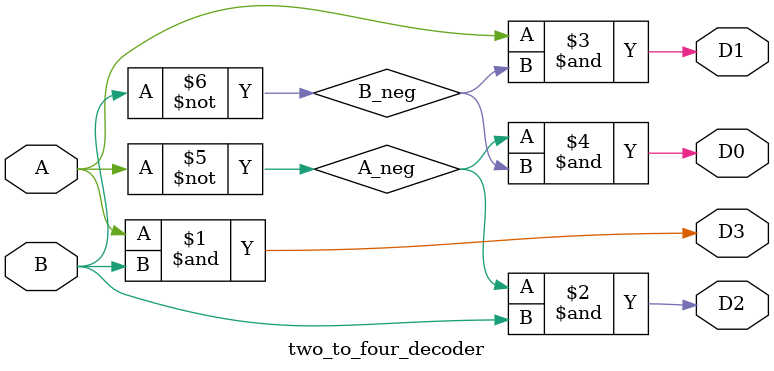
<source format=v>
`timescale 1ns / 1ps


module two_to_four_decoder(
input A,
input B,
output D3, D2, D1, D0
);

wire A_neg, B_neg;

not n1(A_neg, A);
not n2(B_neg, B);

and a1(D3, A, B);
and a2(D2, A_neg, B);
and a3(D1, A, B_neg);
and a4(D0, A_neg, B_neg);

endmodule

</source>
